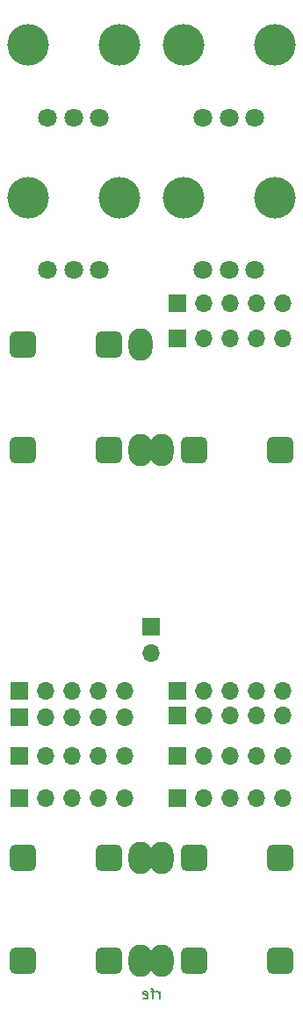
<source format=gbr>
%TF.GenerationSoftware,KiCad,Pcbnew,(6.0.0-0)*%
%TF.CreationDate,2022-01-16T08:33:06+00:00*%
%TF.ProjectId,curly-memory-interface-board,6375726c-792d-46d6-956d-6f72792d696e,rev?*%
%TF.SameCoordinates,Original*%
%TF.FileFunction,Soldermask,Bot*%
%TF.FilePolarity,Negative*%
%FSLAX46Y46*%
G04 Gerber Fmt 4.6, Leading zero omitted, Abs format (unit mm)*
G04 Created by KiCad (PCBNEW (6.0.0-0)) date 2022-01-16 08:33:06*
%MOMM*%
%LPD*%
G01*
G04 APERTURE LIST*
G04 Aperture macros list*
%AMRoundRect*
0 Rectangle with rounded corners*
0 $1 Rounding radius*
0 $2 $3 $4 $5 $6 $7 $8 $9 X,Y pos of 4 corners*
0 Add a 4 corners polygon primitive as box body*
4,1,4,$2,$3,$4,$5,$6,$7,$8,$9,$2,$3,0*
0 Add four circle primitives for the rounded corners*
1,1,$1+$1,$2,$3*
1,1,$1+$1,$4,$5*
1,1,$1+$1,$6,$7*
1,1,$1+$1,$8,$9*
0 Add four rect primitives between the rounded corners*
20,1,$1+$1,$2,$3,$4,$5,0*
20,1,$1+$1,$4,$5,$6,$7,0*
20,1,$1+$1,$6,$7,$8,$9,0*
20,1,$1+$1,$8,$9,$2,$3,0*%
G04 Aperture macros list end*
%ADD10C,0.150000*%
%ADD11O,2.300000X3.100000*%
%ADD12RoundRect,0.650000X0.650000X-0.650000X0.650000X0.650000X-0.650000X0.650000X-0.650000X-0.650000X0*%
%ADD13C,4.000000*%
%ADD14C,1.800000*%
%ADD15R,1.700000X1.700000*%
%ADD16O,1.700000X1.700000*%
%ADD17RoundRect,0.650000X-0.650000X0.650000X-0.650000X-0.650000X0.650000X-0.650000X0.650000X0.650000X0*%
G04 APERTURE END LIST*
D10*
X15785714Y-98597980D02*
X15785714Y-97931314D01*
X15785714Y-98121790D02*
X15738095Y-98026552D01*
X15690476Y-97978933D01*
X15595238Y-97931314D01*
X15500000Y-97931314D01*
X15309523Y-97931314D02*
X14928571Y-97931314D01*
X15166666Y-98597980D02*
X15166666Y-97740838D01*
X15119047Y-97645600D01*
X15023809Y-97597980D01*
X14928571Y-97597980D01*
X14214285Y-98550361D02*
X14309523Y-98597980D01*
X14500000Y-98597980D01*
X14595238Y-98550361D01*
X14642857Y-98455123D01*
X14642857Y-98074171D01*
X14595238Y-97978933D01*
X14500000Y-97931314D01*
X14309523Y-97931314D01*
X14214285Y-97978933D01*
X14166666Y-98074171D01*
X14166666Y-98169409D01*
X14642857Y-98264647D01*
D11*
%TO.C,J8*%
X13980000Y-85000000D03*
D12*
X2580000Y-85000000D03*
X10880000Y-85000000D03*
%TD*%
D11*
%TO.C,J10*%
X13980000Y-94900000D03*
D12*
X2580000Y-94900000D03*
X10880000Y-94900000D03*
%TD*%
D11*
%TO.C,J1*%
X13980000Y-35600000D03*
D12*
X2580000Y-35600000D03*
X10880000Y-35600000D03*
%TD*%
D13*
%TO.C,RV2*%
X18100000Y-6700000D03*
X26900000Y-6700000D03*
D14*
X25000000Y-13700000D03*
X22500000Y-13700000D03*
X20000000Y-13700000D03*
%TD*%
D11*
%TO.C,J2*%
X13980000Y-45700000D03*
D12*
X2580000Y-45700000D03*
X10880000Y-45700000D03*
%TD*%
D13*
%TO.C,RV1*%
X11900000Y-6700000D03*
X3100000Y-6700000D03*
D14*
X10000000Y-13700000D03*
X7500000Y-13700000D03*
X5000000Y-13700000D03*
%TD*%
D15*
%TO.C,J17*%
X15000000Y-62758000D03*
D16*
X15000000Y-65298000D03*
%TD*%
D11*
%TO.C,J11*%
X16020000Y-94900000D03*
D17*
X27420000Y-94900000D03*
X19120000Y-94900000D03*
%TD*%
D15*
%TO.C,J16*%
X17540000Y-68900000D03*
D16*
X20080000Y-68900000D03*
X22620000Y-68900000D03*
X25160000Y-68900000D03*
X27700000Y-68900000D03*
%TD*%
D11*
%TO.C,J3*%
X16020000Y-45700000D03*
D17*
X27420000Y-45700000D03*
X19120000Y-45700000D03*
%TD*%
D13*
%TO.C,RV3*%
X11900000Y-21400000D03*
X3100000Y-21400000D03*
D14*
X10000000Y-28400000D03*
X7500000Y-28400000D03*
X5000000Y-28400000D03*
%TD*%
D15*
%TO.C,J15*%
X17540000Y-75200000D03*
D16*
X20080000Y-75200000D03*
X22620000Y-75200000D03*
X25160000Y-75200000D03*
X27700000Y-75200000D03*
%TD*%
D15*
%TO.C,J13*%
X2300000Y-75200000D03*
D16*
X4840000Y-75200000D03*
X7380000Y-75200000D03*
X9920000Y-75200000D03*
X12460000Y-75200000D03*
%TD*%
D13*
%TO.C,RV4*%
X26900000Y-21400000D03*
X18100000Y-21400000D03*
D14*
X25000000Y-28400000D03*
X22500000Y-28400000D03*
X20000000Y-28400000D03*
%TD*%
D11*
%TO.C,J9*%
X16020000Y-85000000D03*
D17*
X27420000Y-85000000D03*
X19120000Y-85000000D03*
%TD*%
D15*
%TO.C,J12*%
X2300000Y-68900000D03*
D16*
X4840000Y-68900000D03*
X7380000Y-68900000D03*
X9920000Y-68900000D03*
X12460000Y-68900000D03*
%TD*%
D15*
%TO.C,J14*%
X17540000Y-71300000D03*
D16*
X20080000Y-71300000D03*
X22620000Y-71300000D03*
X25160000Y-71300000D03*
X27700000Y-71300000D03*
%TD*%
D15*
%TO.C,J7*%
X2300000Y-79250000D03*
D16*
X4840000Y-79250000D03*
X7380000Y-79250000D03*
X9920000Y-79250000D03*
X12460000Y-79250000D03*
%TD*%
D15*
%TO.C,J6*%
X2300000Y-71500000D03*
D16*
X4840000Y-71500000D03*
X7380000Y-71500000D03*
X9920000Y-71500000D03*
X12460000Y-71500000D03*
%TD*%
D15*
%TO.C,J4*%
X17540000Y-31600000D03*
D16*
X20080000Y-31600000D03*
X22620000Y-31600000D03*
X25160000Y-31600000D03*
X27700000Y-31600000D03*
%TD*%
D15*
%TO.C,J18*%
X17540000Y-35000000D03*
D16*
X20080000Y-35000000D03*
X22620000Y-35000000D03*
X25160000Y-35000000D03*
X27700000Y-35000000D03*
%TD*%
D15*
%TO.C,J5*%
X17540000Y-79250000D03*
D16*
X20080000Y-79250000D03*
X22620000Y-79250000D03*
X25160000Y-79250000D03*
X27700000Y-79250000D03*
%TD*%
M02*

</source>
